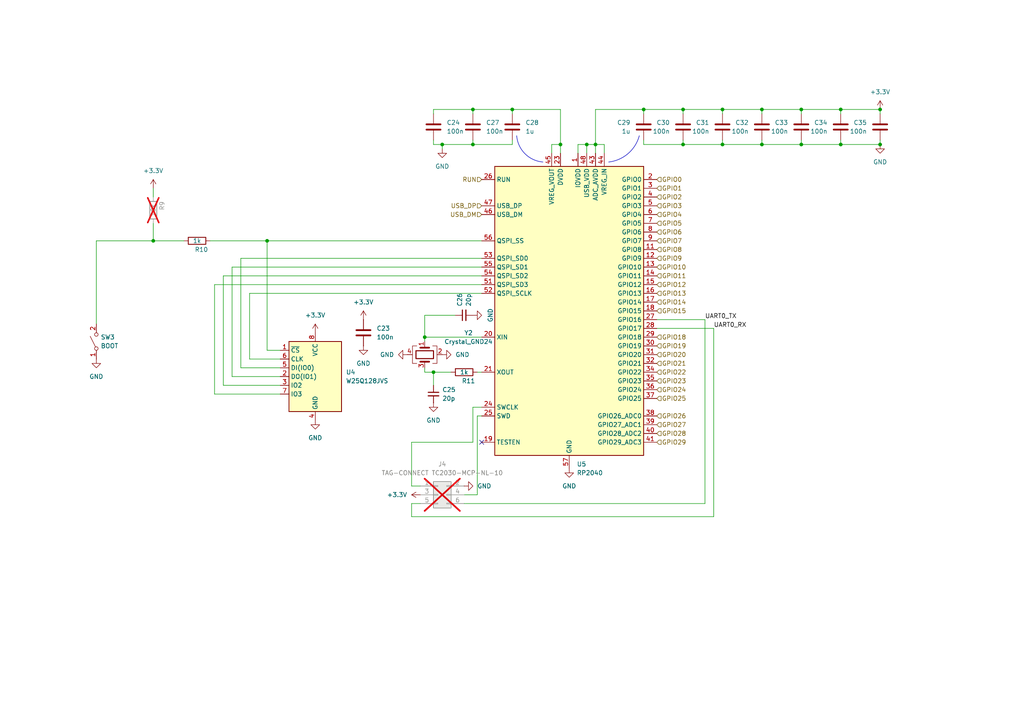
<source format=kicad_sch>
(kicad_sch (version 20231120) (generator "eeschema") (generator_version "8.0")
  (paper "A4")
  (lib_symbols
    (symbol "Connector_Generic:Conn_02x03_Odd_Even" (pin_names (offset 1.016) hide)
      (property "Reference" "J" (at 1.27 5.08 0))
      (property "Value" "Conn_02x03_Odd_Even" (at 1.27 -5.08 0))
      (symbol "Conn_02x03_Odd_Even_1_1"
        (rectangle (start -1.27 -2.413) (end 0 -2.667) (stroke (width 0.1524)))
        (rectangle (start -1.27 0.127) (end 0 -0.127) (stroke (width 0.1524)))
        (rectangle (start -1.27 2.667) (end 0 2.413) (stroke (width 0.1524)))
        (rectangle (start -1.27 3.81) (end 3.81 -3.81) (stroke (width 0.254)) (fill (type background)))
        (rectangle (start 3.81 -2.413) (end 2.54 -2.667) (stroke (width 0.1524)))
        (rectangle (start 3.81 0.127) (end 2.54 -0.127) (stroke (width 0.1524)))
        (rectangle (start 3.81 2.667) (end 2.54 2.413) (stroke (width 0.1524)))
        (pin passive line (at -5.08 2.54 0) (length 3.81) (name "Pin_1") (number "1"))
        (pin passive line (at 7.62 2.54 180) (length 3.81) (name "Pin_2") (number "2"))
        (pin passive line (at -5.08 0 0) (length 3.81) (name "Pin_3") (number "3"))
        (pin passive line (at 7.62 0 180) (length 3.81) (name "Pin_4") (number "4"))
        (pin passive line (at -5.08 -2.54 0) (length 3.81) (name "Pin_5") (number "5"))
        (pin passive line (at 7.62 -2.54 180) (length 3.81) (name "Pin_6") (number "6"))
      )
    )
    (symbol "Device:C" (pin_numbers hide) (pin_names (offset 0.254))
      (property "Reference" "C" (at 0.635 2.54 0))
      (property "Value" "C" (at 0.635 -2.54 0))
      (symbol "C_0_1"
        (polyline (pts (xy -2.032 -0.762) (xy 2.032 -0.762)) (stroke (width 0.508)))
        (polyline (pts (xy -2.032 0.762) (xy 2.032 0.762)) (stroke (width 0.508)))
      )
      (symbol "C_1_1"
        (pin passive line (at 0 3.81 270) (length 2.794) (name "~") (number "1"))
        (pin passive line (at 0 -3.81 90) (length 2.794) (name "~") (number "2"))
      )
    )
    (symbol "Device:C_Small" (pin_numbers hide) (pin_names (offset 0.254) hide)
      (property "Reference" "C" (at 0.254 1.778 0))
      (property "Value" "C_Small" (at 0.254 -2.032 0))
      (symbol "C_Small_0_1"
        (polyline (pts (xy -1.524 -0.508) (xy 1.524 -0.508)) (stroke (width 0.3302)))
        (polyline (pts (xy -1.524 0.508) (xy 1.524 0.508)) (stroke (width 0.3048)))
      )
      (symbol "C_Small_1_1"
        (pin passive line (at 0 2.54 270) (length 2.032) (name "~") (number "1"))
        (pin passive line (at 0 -2.54 90) (length 2.032) (name "~") (number "2"))
      )
    )
    (symbol "Device:Crystal_GND24" (pin_names (offset 1.016) hide)
      (property "Reference" "Y" (at 3.175 5.08 0))
      (property "Value" "Crystal_GND24" (at 3.175 3.175 0))
      (symbol "Crystal_GND24_0_1"
        (rectangle (start -1.143 2.54) (end 1.143 -2.54) (stroke (width 0.3048)))
        (polyline (pts (xy -2.54 0) (xy -2.032 0)))
        (polyline (pts (xy -2.032 -1.27) (xy -2.032 1.27)) (stroke (width 0.508)))
        (polyline (pts (xy 0 -3.81) (xy 0 -3.556)))
        (polyline (pts (xy 0 3.556) (xy 0 3.81)))
        (polyline (pts (xy 2.032 -1.27) (xy 2.032 1.27)) (stroke (width 0.508)))
        (polyline (pts (xy 2.032 0) (xy 2.54 0)))
        (polyline (pts (xy -2.54 -2.286) (xy -2.54 -3.556) (xy 2.54 -3.556) (xy 2.54 -2.286)))
        (polyline (pts (xy -2.54 2.286) (xy -2.54 3.556) (xy 2.54 3.556) (xy 2.54 2.286)))
      )
      (symbol "Crystal_GND24_1_1"
        (pin passive line (at -3.81 0 0) (length 1.27) (name "1") (number "1"))
        (pin passive line (at 0 5.08 270) (length 1.27) (name "2") (number "2"))
        (pin passive line (at 3.81 0 180) (length 1.27) (name "3") (number "3"))
        (pin passive line (at 0 -5.08 90) (length 1.27) (name "4") (number "4"))
      )
    )
    (symbol "Device:R" (pin_numbers hide) (pin_names (offset 0))
      (property "Reference" "R" (at 2.032 0 90))
      (property "Value" "R" (at 0 0 90))
      (symbol "R_0_1"
        (rectangle (start -1.016 -2.54) (end 1.016 2.54) (stroke (width 0.254)))
      )
      (symbol "R_1_1"
        (pin passive line (at 0 3.81 270) (length 1.27) (name "~") (number "1"))
        (pin passive line (at 0 -3.81 90) (length 1.27) (name "~") (number "2"))
      )
    )
    (symbol "MCU_RaspberryPi:RP2040"
      (property "Reference" "U" (at 17.78 45.72 0))
      (property "Value" "RP2040" (at 17.78 43.18 0))
      (symbol "RP2040_0_1"
        (rectangle (start -21.59 41.91) (end 21.59 -41.91) (stroke (width 0.254)) (fill (type background)))
      )
      (symbol "RP2040_1_1"
        (pin power_in line (at 2.54 45.72 270) (length 3.81) (name "IOVDD") (number "1"))
        (pin passive line (at 2.54 45.72 270) (length 3.81) hide (name "IOVDD") (number "10"))
        (pin bidirectional line (at 25.4 17.78 180) (length 3.81) (name "GPIO8") (number "11"))
        (pin bidirectional line (at 25.4 15.24 180) (length 3.81) (name "GPIO9") (number "12"))
        (pin bidirectional line (at 25.4 12.7 180) (length 3.81) (name "GPIO10") (number "13"))
        (pin bidirectional line (at 25.4 10.16 180) (length 3.81) (name "GPIO11") (number "14"))
        (pin bidirectional line (at 25.4 7.62 180) (length 3.81) (name "GPIO12") (number "15"))
        (pin bidirectional line (at 25.4 5.08 180) (length 3.81) (name "GPIO13") (number "16"))
        (pin bidirectional line (at 25.4 2.54 180) (length 3.81) (name "GPIO14") (number "17"))
        (pin bidirectional line (at 25.4 0 180) (length 3.81) (name "GPIO15") (number "18"))
        (pin input line (at -25.4 -38.1 0) (length 3.81) (name "TESTEN") (number "19"))
        (pin bidirectional line (at 25.4 38.1 180) (length 3.81) (name "GPIO0") (number "2"))
        (pin input line (at -25.4 -7.62 0) (length 3.81) (name "XIN") (number "20"))
        (pin passive line (at -25.4 -17.78 0) (length 3.81) (name "XOUT") (number "21"))
        (pin passive line (at 2.54 45.72 270) (length 3.81) hide (name "IOVDD") (number "22"))
        (pin power_in line (at -2.54 45.72 270) (length 3.81) (name "DVDD") (number "23"))
        (pin input line (at -25.4 -27.94 0) (length 3.81) (name "SWCLK") (number "24"))
        (pin bidirectional line (at -25.4 -30.48 0) (length 3.81) (name "SWD") (number "25"))
        (pin input line (at -25.4 38.1 0) (length 3.81) (name "RUN") (number "26"))
        (pin bidirectional line (at 25.4 -2.54 180) (length 3.81) (name "GPIO16") (number "27"))
        (pin bidirectional line (at 25.4 -5.08 180) (length 3.81) (name "GPIO17") (number "28"))
        (pin bidirectional line (at 25.4 -7.62 180) (length 3.81) (name "GPIO18") (number "29"))
        (pin bidirectional line (at 25.4 35.56 180) (length 3.81) (name "GPIO1") (number "3"))
        (pin bidirectional line (at 25.4 -10.16 180) (length 3.81) (name "GPIO19") (number "30"))
        (pin bidirectional line (at 25.4 -12.7 180) (length 3.81) (name "GPIO20") (number "31"))
        (pin bidirectional line (at 25.4 -15.24 180) (length 3.81) (name "GPIO21") (number "32"))
        (pin passive line (at 2.54 45.72 270) (length 3.81) hide (name "IOVDD") (number "33"))
        (pin bidirectional line (at 25.4 -17.78 180) (length 3.81) (name "GPIO22") (number "34"))
        (pin bidirectional line (at 25.4 -20.32 180) (length 3.81) (name "GPIO23") (number "35"))
        (pin bidirectional line (at 25.4 -22.86 180) (length 3.81) (name "GPIO24") (number "36"))
        (pin bidirectional line (at 25.4 -25.4 180) (length 3.81) (name "GPIO25") (number "37"))
        (pin bidirectional line (at 25.4 -30.48 180) (length 3.81) (name "GPIO26_ADC0") (number "38"))
        (pin bidirectional line (at 25.4 -33.02 180) (length 3.81) (name "GPIO27_ADC1") (number "39"))
        (pin bidirectional line (at 25.4 33.02 180) (length 3.81) (name "GPIO2") (number "4"))
        (pin bidirectional line (at 25.4 -35.56 180) (length 3.81) (name "GPIO28_ADC2") (number "40"))
        (pin bidirectional line (at 25.4 -38.1 180) (length 3.81) (name "GPIO29_ADC3") (number "41"))
        (pin passive line (at 2.54 45.72 270) (length 3.81) hide (name "IOVDD") (number "42"))
        (pin power_in line (at 7.62 45.72 270) (length 3.81) (name "ADC_AVDD") (number "43"))
        (pin power_in line (at 10.16 45.72 270) (length 3.81) (name "VREG_IN") (number "44"))
        (pin power_out line (at -5.08 45.72 270) (length 3.81) (name "VREG_VOUT") (number "45"))
        (pin bidirectional line (at -25.4 27.94 0) (length 3.81) (name "USB_DM") (number "46"))
        (pin bidirectional line (at -25.4 30.48 0) (length 3.81) (name "USB_DP") (number "47"))
        (pin power_in line (at 5.08 45.72 270) (length 3.81) (name "USB_VDD") (number "48"))
        (pin passive line (at 2.54 45.72 270) (length 3.81) hide (name "IOVDD") (number "49"))
        (pin bidirectional line (at 25.4 30.48 180) (length 3.81) (name "GPIO3") (number "5"))
        (pin passive line (at -2.54 45.72 270) (length 3.81) hide (name "DVDD") (number "50"))
        (pin bidirectional line (at -25.4 7.62 0) (length 3.81) (name "QSPI_SD3") (number "51"))
        (pin output line (at -25.4 5.08 0) (length 3.81) (name "QSPI_SCLK") (number "52"))
        (pin bidirectional line (at -25.4 15.24 0) (length 3.81) (name "QSPI_SD0") (number "53"))
        (pin bidirectional line (at -25.4 10.16 0) (length 3.81) (name "QSPI_SD2") (number "54"))
        (pin bidirectional line (at -25.4 12.7 0) (length 3.81) (name "QSPI_SD1") (number "55"))
        (pin bidirectional line (at -25.4 20.32 0) (length 3.81) (name "QSPI_SS") (number "56"))
        (pin power_in line (at 0 -45.72 90) (length 3.81) (name "GND") (number "57"))
        (pin bidirectional line (at 25.4 27.94 180) (length 3.81) (name "GPIO4") (number "6"))
        (pin bidirectional line (at 25.4 25.4 180) (length 3.81) (name "GPIO5") (number "7"))
        (pin bidirectional line (at 25.4 22.86 180) (length 3.81) (name "GPIO6") (number "8"))
        (pin bidirectional line (at 25.4 20.32 180) (length 3.81) (name "GPIO7") (number "9"))
      )
    )
    (symbol "Memory_Flash:W25Q128JVS"
      (property "Reference" "U" (at -8.89 8.89 0))
      (property "Value" "W25Q128JVS" (at 7.62 8.89 0))
      (symbol "W25Q128JVS_0_1"
        (rectangle (start -7.62 10.16) (end 7.62 -10.16) (stroke (width 0.254)) (fill (type background)))
      )
      (symbol "W25Q128JVS_1_1"
        (pin input line (at -10.16 7.62 0) (length 2.54) (name "~{CS}") (number "1"))
        (pin bidirectional line (at -10.16 0 0) (length 2.54) (name "DO(IO1)") (number "2"))
        (pin bidirectional line (at -10.16 -2.54 0) (length 2.54) (name "IO2") (number "3"))
        (pin power_in line (at 0 -12.7 90) (length 2.54) (name "GND") (number "4"))
        (pin bidirectional line (at -10.16 2.54 0) (length 2.54) (name "DI(IO0)") (number "5"))
        (pin input line (at -10.16 5.08 0) (length 2.54) (name "CLK") (number "6"))
        (pin bidirectional line (at -10.16 -5.08 0) (length 2.54) (name "IO3") (number "7"))
        (pin power_in line (at 0 12.7 270) (length 2.54) (name "VCC") (number "8"))
      )
    )
    (symbol "Switch:SW_SPST" (pin_names (offset 0) hide)
      (property "Reference" "SW" (at 0 3.175 0))
      (property "Value" "SW_SPST" (at 0 -2.54 0))
      (symbol "SW_SPST_0_0"
        (circle (center -2.032 0) (radius 0.508))
        (polyline (pts (xy -1.524 0.254) (xy 1.524 1.778)))
        (circle (center 2.032 0) (radius 0.508))
      )
      (symbol "SW_SPST_1_1"
        (pin passive line (at -5.08 0 0) (length 2.54) (name "A") (number "1"))
        (pin passive line (at 5.08 0 180) (length 2.54) (name "B") (number "2"))
      )
    )
    (symbol "power:+3.3V" (power) (pin_numbers hide) (pin_names (offset 0) hide)
      (property "Value" "+3.3V" (at 0 3.556 0))
      (symbol "+3.3V_0_1"
        (polyline (pts (xy -0.762 1.27) (xy 0 2.54)))
        (polyline (pts (xy 0 0) (xy 0 2.54)))
        (polyline (pts (xy 0 2.54) (xy 0.762 1.27)))
      )
      (symbol "+3.3V_1_1"
        (pin power_in line (at 0 0 90) (length 0) (name "~") (number "1"))
      )
    )
    (symbol "power:GND" (power) (pin_numbers hide) (pin_names (offset 0) hide)
      (property "Value" "GND" (at 0 -3.81 0))
      (symbol "GND_0_1"
        (polyline (pts (xy 0 0) (xy 0 -1.27) (xy 1.27 -1.27) (xy 0 -2.54) (xy -1.27 -1.27) (xy 0 -1.27)))
      )
      (symbol "GND_1_1"
        (pin power_in line (at 0 0 270) (length 0) (name "~") (number "1"))
      )
    )
  )
  (junction (at 148.59 31.75))
  (junction (at 209.55 41.91))
  (junction (at 255.27 41.91))
  (junction (at 172.72 41.91))
  (junction (at 162.56 41.91))
  (junction (at 232.41 31.75))
  (junction (at 186.69 31.75))
  (junction (at 123.19 97.79))
  (junction (at 128.27 41.91))
  (junction (at 243.84 41.91))
  (junction (at 170.18 41.91))
  (junction (at 137.16 31.75))
  (junction (at 220.98 41.91))
  (junction (at 198.12 41.91))
  (junction (at 220.98 31.75))
  (junction (at 198.12 31.75))
  (junction (at 125.73 107.95))
  (junction (at 255.27 31.75))
  (junction (at 137.16 41.91))
  (junction (at 232.41 41.91))
  (junction (at 44.45 69.85))
  (junction (at 209.55 31.75))
  (junction (at 77.47 69.85))
  (junction (at 243.84 31.75))
  (no_connect (at 139.7 128.27))
  (wire (pts (xy 220.98 41.91) (xy 209.55 41.91)))
  (wire (pts (xy 132.08 91.44) (xy 123.19 91.44)))
  (wire (pts (xy 232.41 40.64) (xy 232.41 41.91)))
  (wire (pts (xy 72.39 104.14) (xy 72.39 85.09)))
  (wire (pts (xy 198.12 31.75) (xy 198.12 33.02)))
  (wire (pts (xy 162.56 31.75) (xy 148.59 31.75)))
  (wire (pts (xy 138.43 120.65) (xy 139.7 120.65)))
  (wire (pts (xy 198.12 31.75) (xy 209.55 31.75)))
  (wire (pts (xy 255.27 31.75) (xy 255.27 33.02)))
  (wire (pts (xy 44.45 54.61) (xy 44.45 57.15)))
  (wire (pts (xy 209.55 31.75) (xy 220.98 31.75)))
  (wire (pts (xy 198.12 41.91) (xy 186.69 41.91)))
  (wire (pts (xy 232.41 31.75) (xy 232.41 33.02)))
  (wire (pts (xy 81.28 111.76) (xy 64.77 111.76)))
  (wire (pts (xy 44.45 69.85) (xy 53.34 69.85)))
  (wire (pts (xy 44.45 64.77) (xy 44.45 69.85)))
  (wire (pts (xy 64.77 80.01) (xy 139.7 80.01)))
  (wire (pts (xy 255.27 40.64) (xy 255.27 41.91)))
  (wire (pts (xy 170.18 41.91) (xy 172.72 41.91)))
  (wire (pts (xy 186.69 31.75) (xy 186.69 33.02)))
  (wire (pts (xy 137.16 31.75) (xy 137.16 33.02)))
  (wire (pts (xy 172.72 41.91) (xy 172.72 31.75)))
  (wire (pts (xy 62.23 114.3) (xy 62.23 82.55)))
  (wire (pts (xy 204.47 92.71) (xy 204.47 146.05)))
  (wire (pts (xy 77.47 69.85) (xy 139.7 69.85)))
  (wire (pts (xy 27.94 93.98) (xy 27.94 69.85)))
  (wire (pts (xy 125.73 41.91) (xy 128.27 41.91)))
  (wire (pts (xy 232.41 31.75) (xy 243.84 31.75)))
  (wire (pts (xy 162.56 41.91) (xy 162.56 31.75)))
  (wire (pts (xy 67.31 77.47) (xy 139.7 77.47)))
  (wire (pts (xy 148.59 31.75) (xy 148.59 33.02)))
  (wire (pts (xy 81.28 104.14) (xy 72.39 104.14)))
  (wire (pts (xy 123.19 91.44) (xy 123.19 97.79)))
  (wire (pts (xy 209.55 40.64) (xy 209.55 41.91)))
  (wire (pts (xy 243.84 31.75) (xy 255.27 31.75)))
  (wire (pts (xy 123.19 97.79) (xy 123.19 99.06)))
  (wire (pts (xy 67.31 109.22) (xy 67.31 77.47)))
  (wire (pts (xy 204.47 146.05) (xy 134.62 146.05)))
  (wire (pts (xy 77.47 101.6) (xy 77.47 69.85)))
  (wire (pts (xy 137.16 40.64) (xy 137.16 41.91)))
  (wire (pts (xy 138.43 120.65) (xy 138.43 143.51)))
  (wire (pts (xy 172.72 44.45) (xy 172.72 41.91)))
  (wire (pts (xy 220.98 31.75) (xy 232.41 31.75)))
  (wire (pts (xy 137.16 118.11) (xy 137.16 128.27)))
  (wire (pts (xy 162.56 44.45) (xy 162.56 41.91)))
  (wire (pts (xy 243.84 31.75) (xy 243.84 33.02)))
  (wire (pts (xy 243.84 40.64) (xy 243.84 41.91)))
  (wire (pts (xy 175.26 41.91) (xy 175.26 44.45)))
  (wire (pts (xy 128.27 41.91) (xy 128.27 43.18)))
  (wire (pts (xy 72.39 85.09) (xy 139.7 85.09)))
  (wire (pts (xy 137.16 128.27) (xy 119.38 128.27)))
  (wire (pts (xy 167.64 41.91) (xy 170.18 41.91)))
  (wire (pts (xy 190.5 92.71) (xy 204.47 92.71)))
  (wire (pts (xy 81.28 109.22) (xy 67.31 109.22)))
  (wire (pts (xy 160.02 41.91) (xy 162.56 41.91)))
  (wire (pts (xy 139.7 118.11) (xy 137.16 118.11)))
  (wire (pts (xy 255.27 41.91) (xy 243.84 41.91)))
  (wire (pts (xy 125.73 40.64) (xy 125.73 41.91)))
  (wire (pts (xy 123.19 107.95) (xy 123.19 106.68)))
  (wire (pts (xy 209.55 31.75) (xy 209.55 33.02)))
  (wire (pts (xy 160.02 44.45) (xy 160.02 41.91)))
  (wire (pts (xy 119.38 140.97) (xy 121.92 140.97)))
  (wire (pts (xy 138.43 143.51) (xy 134.62 143.51)))
  (wire (pts (xy 81.28 101.6) (xy 77.47 101.6)))
  (wire (pts (xy 209.55 41.91) (xy 198.12 41.91)))
  (wire (pts (xy 62.23 114.3) (xy 81.28 114.3)))
  (wire (pts (xy 119.38 128.27) (xy 119.38 140.97)))
  (wire (pts (xy 207.01 95.25) (xy 207.01 149.86)))
  (wire (pts (xy 232.41 41.91) (xy 220.98 41.91)))
  (wire (pts (xy 125.73 31.75) (xy 125.73 33.02)))
  (wire (pts (xy 207.01 149.86) (xy 119.38 149.86)))
  (wire (pts (xy 119.38 149.86) (xy 119.38 146.05)))
  (wire (pts (xy 81.28 106.68) (xy 69.85 106.68)))
  (wire (pts (xy 60.96 69.85) (xy 77.47 69.85)))
  (wire (pts (xy 27.94 69.85) (xy 44.45 69.85)))
  (wire (pts (xy 125.73 107.95) (xy 123.19 107.95)))
  (wire (pts (xy 148.59 31.75) (xy 137.16 31.75)))
  (wire (pts (xy 148.59 41.91) (xy 148.59 40.64)))
  (wire (pts (xy 170.18 41.91) (xy 170.18 44.45)))
  (wire (pts (xy 69.85 74.93) (xy 139.7 74.93)))
  (wire (pts (xy 243.84 41.91) (xy 232.41 41.91)))
  (wire (pts (xy 186.69 31.75) (xy 198.12 31.75)))
  (wire (pts (xy 186.69 41.91) (xy 186.69 40.64)))
  (wire (pts (xy 137.16 31.75) (xy 125.73 31.75)))
  (wire (pts (xy 172.72 31.75) (xy 186.69 31.75)))
  (wire (pts (xy 119.38 146.05) (xy 121.92 146.05)))
  (wire (pts (xy 130.81 107.95) (xy 125.73 107.95)))
  (wire (pts (xy 139.7 97.79) (xy 123.19 97.79)))
  (wire (pts (xy 139.7 107.95) (xy 138.43 107.95)))
  (wire (pts (xy 137.16 41.91) (xy 148.59 41.91)))
  (wire (pts (xy 69.85 106.68) (xy 69.85 74.93)))
  (wire (pts (xy 167.64 44.45) (xy 167.64 41.91)))
  (wire (pts (xy 128.27 41.91) (xy 137.16 41.91)))
  (wire (pts (xy 64.77 111.76) (xy 64.77 80.01)))
  (wire (pts (xy 125.73 107.95) (xy 125.73 111.76)))
  (wire (pts (xy 220.98 40.64) (xy 220.98 41.91)))
  (wire (pts (xy 190.5 95.25) (xy 207.01 95.25)))
  (wire (pts (xy 220.98 31.75) (xy 220.98 33.02)))
  (wire (pts (xy 62.23 82.55) (xy 139.7 82.55)))
  (wire (pts (xy 198.12 40.64) (xy 198.12 41.91)))
  (wire (pts (xy 175.26 41.91) (xy 172.72 41.91)))
  (arc (start 157.48 46.99) (mid 152.2669 44.5831) (end 149.86 39.37))
  (arc (start 185.42 39.37) (mid 182.1529 44.5542) (end 176.53 46.99))
  (label "UART0_RX" (at 207.01 95.25 0))
  (label "UART0_TX" (at 204.47 92.71 0))
  (hierarchical_label "USB_DM" (shape input) (at 139.7 62.23 180))
  (hierarchical_label "GPIO8" (shape input) (at 190.5 72.39 0))
  (hierarchical_label "GPIO13" (shape input) (at 190.5 85.09 0))
  (hierarchical_label "GPIO23" (shape input) (at 190.5 110.49 0))
  (hierarchical_label "GPIO3" (shape input) (at 190.5 59.69 0))
  (hierarchical_label "GPIO28" (shape input) (at 190.5 125.73 0))
  (hierarchical_label "GPIO0" (shape input) (at 190.5 52.07 0))
  (hierarchical_label "GPIO25" (shape input) (at 190.5 115.57 0))
  (hierarchical_label "GPIO1" (shape input) (at 190.5 54.61 0))
  (hierarchical_label "GPIO6" (shape input) (at 190.5 67.31 0))
  (hierarchical_label "GPIO26" (shape input) (at 190.5 120.65 0))
  (hierarchical_label "GPIO21" (shape input) (at 190.5 105.41 0))
  (hierarchical_label "GPIO11" (shape input) (at 190.5 80.01 0))
  (hierarchical_label "GPIO22" (shape input) (at 190.5 107.95 0))
  (hierarchical_label "GPIO18" (shape input) (at 190.5 97.79 0))
  (hierarchical_label "GPIO12" (shape input) (at 190.5 82.55 0))
  (hierarchical_label "GPIO9" (shape input) (at 190.5 74.93 0))
  (hierarchical_label "GPIO7" (shape input) (at 190.5 69.85 0))
  (hierarchical_label "GPIO29" (shape input) (at 190.5 128.27 0))
  (hierarchical_label "USB_DP" (shape input) (at 139.7 59.69 180))
  (hierarchical_label "GPIO4" (shape input) (at 190.5 62.23 0))
  (hierarchical_label "GPIO19" (shape input) (at 190.5 100.33 0))
  (hierarchical_label "GPIO15" (shape input) (at 190.5 90.17 0))
  (hierarchical_label "GPIO14" (shape input) (at 190.5 87.63 0))
  (hierarchical_label "GPIO20" (shape input) (at 190.5 102.87 0))
  (hierarchical_label "GPIO2" (shape input) (at 190.5 57.15 0))
  (hierarchical_label "GPIO27" (shape input) (at 190.5 123.19 0))
  (hierarchical_label "GPIO24" (shape input) (at 190.5 113.03 0))
  (hierarchical_label "RUN" (shape input) (at 139.7 52.07 180))
  (hierarchical_label "GPIO5" (shape input) (at 190.5 64.77 0))
  (hierarchical_label "GPIO10" (shape input) (at 190.5 77.47 0))
  (symbol (lib_id "MCU_RaspberryPi:RP2040") (at 165.1 90.17 0) (unit 1)
    (property "Reference" "U5" (at 167.2941 134.62 0) (effects (justify left)))
    (property "Value" "RP2040" (at 167.2941 137.16 0) (effects (justify left)))
    (property "Footprint" "Package_DFN_QFN:QFN-56-1EP_7x7mm_P0.4mm_EP3.2x3.2mm" (effects (hide yes)))
    (property "Datasheet" "https://datasheets.raspberrypi.com/rp2040/rp2040-datasheet.pdf" (effects (hide yes)))
    (property "Description" "A microcontroller by Raspberry Pi" (effects (hide yes)))
    (property "LCSC" "C2040" (effects (hide yes)))
    (property "JLCPCB Rotation Offset" "180" (effects (hide yes)))
  )
  (symbol (lib_id "Device:C") (at 198.12 36.83 0) (mirror y) (unit 1)
    (property "Reference" "C30" (at 194.31 35.5599 0) (effects (justify left)))
    (property "Value" "100n" (at 194.31 38.0999 0) (effects (justify left)))
    (property "Footprint" "Capacitor_SMD:C_0402_1005Metric" (effects (hide yes)))
    (property "Description" "Unpolarized capacitor" (effects (hide yes)))
    (property "LCSC" "C1525" (effects (hide yes)))
  )
  (symbol (lib_id "power:GND") (at 255.27 41.91 0) (unit 1)
    (property "Reference" "#PWR081" (effects (hide yes)))
    (property "Value" "GND" (at 255.27 46.99 0))
    (property "Description" "Power symbol creates a global label with name \"GND\" , ground" (effects (hide yes)))
  )
  (symbol (lib_id "Device:C") (at 186.69 36.83 0) (mirror y) (unit 1)
    (property "Reference" "C29" (at 182.88 35.5599 0) (effects (justify left)))
    (property "Value" "1u" (at 182.88 38.0999 0) (effects (justify left)))
    (property "Footprint" "Capacitor_SMD:C_0402_1005Metric" (effects (hide yes)))
    (property "Description" "Unpolarized capacitor" (effects (hide yes)))
    (property "LCSC" "C52923" (effects (hide yes)))
  )
  (symbol (lib_id "Device:R") (at 57.15 69.85 90) (unit 1)
    (property "Reference" "R10" (at 58.42 72.39 90))
    (property "Value" "1k" (at 57.15 69.85 90))
    (property "Footprint" "Resistor_SMD:R_0402_1005Metric" (effects (hide yes)))
    (property "Description" "Resistor" (effects (hide yes)))
    (property "LCSC" "C11702" (effects (hide yes)))
  )
  (symbol (lib_id "Device:C") (at 243.84 36.83 0) (mirror y) (unit 1)
    (property "Reference" "C34" (at 240.03 35.5599 0) (effects (justify left)))
    (property "Value" "100n" (at 240.03 38.0999 0) (effects (justify left)))
    (property "Footprint" "Capacitor_SMD:C_0402_1005Metric" (effects (hide yes)))
    (property "Description" "Unpolarized capacitor" (effects (hide yes)))
    (property "LCSC" "C1525" (effects (hide yes)))
  )
  (symbol (lib_id "power:+3.3V") (at 105.41 92.71 0) (unit 1)
    (property "Reference" "#PWR071" (effects (hide yes)))
    (property "Value" "+3.3V" (at 105.41 87.63 0))
    (property "Description" "Power symbol creates a global label with name \"+3.3V\"" (effects (hide yes)))
  )
  (symbol (lib_id "power:GND") (at 27.94 104.14 0) (unit 1)
    (property "Reference" "#PWR068" (effects (hide yes)))
    (property "Value" "GND" (at 27.94 109.22 0))
    (property "Description" "Power symbol creates a global label with name \"GND\" , ground" (effects (hide yes)))
  )
  (symbol (lib_id "Device:Crystal_GND24") (at 123.19 102.87 270) (unit 1)
    (property "Reference" "Y2" (at 135.89 96.5514 90))
    (property "Value" "Crystal_GND24" (at 135.89 99.0914 90))
    (property "Footprint" "Crystal:Crystal_SMD_3225-4Pin_3.2x2.5mm" (effects (hide yes)))
    (property "Description" "Four pin crystal, GND on pins 2 and 4" (effects (hide yes)))
    (property "LCSC" "C9002" (effects (hide yes)))
  )
  (symbol (lib_id "power:+3.3V") (at 91.44 96.52 0) (unit 1)
    (property "Reference" "#PWR070" (effects (hide yes)))
    (property "Value" "+3.3V" (at 91.44 91.44 0))
    (property "Description" "Power symbol creates a global label with name \"+3.3V\"" (effects (hide yes)))
  )
  (symbol (lib_id "Device:C_Small") (at 134.62 91.44 90) (unit 1)
    (property "Reference" "C26" (at 133.3562 88.9 0) (effects (justify left)))
    (property "Value" "20p" (at 135.8962 88.9 0) (effects (justify left)))
    (property "Footprint" "Capacitor_SMD:C_0402_1005Metric" (effects (hide yes)))
    (property "Description" "Unpolarized capacitor, small symbol" (effects (hide yes)))
    (property "LCSC" "C1554" (effects (hide yes)))
  )
  (symbol (lib_id "Device:C") (at 137.16 36.83 0) (unit 1)
    (property "Reference" "C27" (at 140.97 35.5599 0) (effects (justify left)))
    (property "Value" "100n" (at 140.97 38.0999 0) (effects (justify left)))
    (property "Footprint" "Capacitor_SMD:C_0402_1005Metric" (effects (hide yes)))
    (property "Description" "Unpolarized capacitor" (effects (hide yes)))
    (property "LCSC" "C1525" (effects (hide yes)))
  )
  (symbol (lib_id "Device:C") (at 255.27 36.83 0) (mirror y) (unit 1)
    (property "Reference" "C35" (at 251.46 35.5599 0) (effects (justify left)))
    (property "Value" "100n" (at 251.46 38.0999 0) (effects (justify left)))
    (property "Footprint" "Capacitor_SMD:C_0402_1005Metric" (effects (hide yes)))
    (property "Description" "Unpolarized capacitor" (effects (hide yes)))
    (property "LCSC" "C1525" (effects (hide yes)))
  )
  (symbol (lib_id "Device:C") (at 209.55 36.83 0) (mirror y) (unit 1)
    (property "Reference" "C31" (at 205.74 35.5599 0) (effects (justify left)))
    (property "Value" "100n" (at 205.74 38.0999 0) (effects (justify left)))
    (property "Footprint" "Capacitor_SMD:C_0402_1005Metric" (effects (hide yes)))
    (property "Description" "Unpolarized capacitor" (effects (hide yes)))
    (property "LCSC" "C1525" (effects (hide yes)))
  )
  (symbol (lib_id "power:+3.3V") (at 255.27 31.75 0) (unit 1)
    (property "Reference" "#PWR080" (effects (hide yes)))
    (property "Value" "+3.3V" (at 255.27 26.67 0))
    (property "Description" "Power symbol creates a global label with name \"+3.3V\"" (effects (hide yes)))
  )
  (symbol (lib_id "Connector_Generic:Conn_02x03_Odd_Even") (at 127 143.51 0) (unit 1) (dnp yes)
    (property "Reference" "J4" (at 128.27 134.62 0))
    (property "Value" "TAG-CONNECT TC2030-MCP-NL-10" (at 128.27 137.16 0))
    (property "Footprint" "Connector:Tag-Connect_TC2030-IDC-NL_2x03_P1.27mm_Vertical" (effects (hide yes)))
    (property "Description" "Generic connector, double row, 02x03, odd/even pin numbering scheme (row 1 odd numbers, row 2 even numbers), script generated (kicad-library-utils/schlib/autogen/connector/)" (effects (hide yes)))
  )
  (symbol (lib_id "power:GND") (at 128.27 102.87 90) (unit 1)
    (property "Reference" "#PWR076" (effects (hide yes)))
    (property "Value" "GND" (at 132.08 102.8699 90) (effects (justify right)))
    (property "Description" "Power symbol creates a global label with name \"GND\" , ground" (effects (hide yes)))
  )
  (symbol (lib_id "Device:R") (at 44.45 60.96 180) (unit 1) (dnp yes)
    (property "Reference" "R9" (at 46.99 59.69 90))
    (property "Value" "10k" (at 44.45 60.96 90))
    (property "Footprint" "Resistor_SMD:R_0402_1005Metric" (effects (hide yes)))
    (property "Description" "Resistor" (effects (hide yes)))
  )
  (symbol (lib_id "Device:R") (at 134.62 107.95 90) (unit 1)
    (property "Reference" "R11" (at 135.89 110.49 90))
    (property "Value" "1k" (at 134.62 107.95 90))
    (property "Footprint" "Resistor_SMD:R_0402_1005Metric" (effects (hide yes)))
    (property "Description" "Resistor" (effects (hide yes)))
    (property "LCSC" "C11702" (effects (hide yes)))
  )
  (symbol (lib_id "Device:C") (at 148.59 36.83 0) (unit 1)
    (property "Reference" "C28" (at 152.4 35.5599 0) (effects (justify left)))
    (property "Value" "1u" (at 152.4 38.0999 0) (effects (justify left)))
    (property "Footprint" "Capacitor_SMD:C_0402_1005Metric" (effects (hide yes)))
    (property "Description" "Unpolarized capacitor" (effects (hide yes)))
    (property "LCSC" "C52923" (effects (hide yes)))
  )
  (symbol (lib_id "Device:C") (at 105.41 96.52 0) (unit 1)
    (property "Reference" "C23" (at 109.22 95.2499 0) (effects (justify left)))
    (property "Value" "100n" (at 109.22 97.7899 0) (effects (justify left)))
    (property "Footprint" "Capacitor_SMD:C_0402_1005Metric" (effects (hide yes)))
    (property "Description" "Unpolarized capacitor" (effects (hide yes)))
    (property "LCSC" "C1525" (effects (hide yes)))
  )
  (symbol (lib_id "Device:C") (at 125.73 36.83 0) (unit 1)
    (property "Reference" "C24" (at 129.54 35.5599 0) (effects (justify left)))
    (property "Value" "100n" (at 129.54 38.0999 0) (effects (justify left)))
    (property "Footprint" "Capacitor_SMD:C_0402_1005Metric" (effects (hide yes)))
    (property "Description" "Unpolarized capacitor" (effects (hide yes)))
    (property "LCSC" "C1525" (effects (hide yes)))
  )
  (symbol (lib_id "power:+3.3V") (at 121.92 143.51 90) (unit 1)
    (property "Reference" "#PWR073" (effects (hide yes)))
    (property "Value" "+3.3V" (at 118.11 143.5099 90) (effects (justify left)))
    (property "Description" "Power symbol creates a global label with name \"+3.3V\"" (effects (hide yes)))
  )
  (symbol (lib_id "power:GND") (at 118.11 102.87 270) (unit 1)
    (property "Reference" "#PWR021" (effects (hide yes)))
    (property "Value" "GND" (at 114.3 102.8699 90) (effects (justify right)))
    (property "Description" "Power symbol creates a global label with name \"GND\" , ground" (effects (hide yes)))
  )
  (symbol (lib_id "Device:C") (at 232.41 36.83 0) (mirror y) (unit 1)
    (property "Reference" "C33" (at 228.6 35.5599 0) (effects (justify left)))
    (property "Value" "100n" (at 228.6 38.0999 0) (effects (justify left)))
    (property "Footprint" "Capacitor_SMD:C_0402_1005Metric" (effects (hide yes)))
    (property "Description" "Unpolarized capacitor" (effects (hide yes)))
    (property "LCSC" "C1525" (effects (hide yes)))
  )
  (symbol (lib_id "power:+3.3V") (at 44.45 54.61 0) (unit 1)
    (property "Reference" "#PWR069" (effects (hide yes)))
    (property "Value" "+3.3V" (at 44.45 49.53 0))
    (property "Description" "Power symbol creates a global label with name \"+3.3V\"" (effects (hide yes)))
  )
  (symbol (lib_id "Device:C_Small") (at 125.73 114.3 0) (unit 1)
    (property "Reference" "C25" (at 128.27 113.0362 0) (effects (justify left)))
    (property "Value" "20p" (at 128.27 115.5762 0) (effects (justify left)))
    (property "Footprint" "Capacitor_SMD:C_0402_1005Metric" (effects (hide yes)))
    (property "Description" "Unpolarized capacitor, small symbol" (effects (hide yes)))
    (property "LCSC" "C1554" (effects (hide yes)))
  )
  (symbol (lib_id "power:GND") (at 134.62 140.97 90) (unit 1)
    (property "Reference" "#PWR077" (effects (hide yes)))
    (property "Value" "GND" (at 138.43 140.9699 90) (effects (justify right)))
    (property "Description" "Power symbol creates a global label with name \"GND\" , ground" (effects (hide yes)))
  )
  (symbol (lib_id "power:GND") (at 137.16 91.44 90) (unit 1)
    (property "Reference" "#PWR078" (effects (hide yes)))
    (property "Value" "GND" (at 142.24 91.44 0))
    (property "Description" "Power symbol creates a global label with name \"GND\" , ground" (effects (hide yes)))
  )
  (symbol (lib_id "Memory_Flash:W25Q128JVS") (at 91.44 109.22 0) (unit 1)
    (property "Reference" "U4" (at 100.33 107.9499 0) (effects (justify left)))
    (property "Value" "W25Q128JVS" (at 100.33 110.4899 0) (effects (justify left)))
    (property "Footprint" "Package_SO:SOIC-8_5.23x5.23mm_P1.27mm" (effects (hide yes)))
    (property "Datasheet" "http://www.winbond.com/resource-files/w25q128jv_dtr%20revc%2003272018%20plus.pdf" (effects (hide yes)))
    (property "Description" "128Mb Serial Flash Memory, Standard/Dual/Quad SPI, SOIC-8" (effects (hide yes)))
    (property "LCSC" "C97521" (effects (hide yes)))
  )
  (symbol (lib_id "Switch:SW_SPST") (at 27.94 99.06 90) (unit 1)
    (property "Reference" "SW3" (at 29.21 97.7899 90) (effects (justify right)))
    (property "Value" "BOOT" (at 29.21 100.3299 90) (effects (justify right)))
    (property "Footprint" "lib:bottonepiccolo_C2888430" (effects (hide yes)))
    (property "Description" "Single Pole Single Throw (SPST) switch" (effects (hide yes)))
    (property "LCSC" "C2888430" (effects (hide yes)))
  )
  (symbol (lib_id "Device:C") (at 220.98 36.83 0) (mirror y) (unit 1)
    (property "Reference" "C32" (at 217.17 35.5599 0) (effects (justify left)))
    (property "Value" "100n" (at 217.17 38.0999 0) (effects (justify left)))
    (property "Footprint" "Capacitor_SMD:C_0402_1005Metric" (effects (hide yes)))
    (property "Description" "Unpolarized capacitor" (effects (hide yes)))
    (property "LCSC" "C1525" (effects (hide yes)))
  )
  (symbol (lib_id "power:GND") (at 165.1 135.89 0) (unit 1)
    (property "Reference" "#PWR079" (effects (hide yes)))
    (property "Value" "GND" (at 165.1 140.97 0))
    (property "Description" "Power symbol creates a global label with name \"GND\" , ground" (effects (hide yes)))
  )
  (symbol (lib_id "power:GND") (at 91.44 121.92 0) (unit 1)
    (property "Reference" "#PWR082" (effects (hide yes)))
    (property "Value" "GND" (at 91.44 127 0))
    (property "Description" "Power symbol creates a global label with name \"GND\" , ground" (effects (hide yes)))
  )
  (symbol (lib_id "power:GND") (at 128.27 43.18 0) (unit 1)
    (property "Reference" "#PWR075" (effects (hide yes)))
    (property "Value" "GND" (at 128.27 48.26 0))
    (property "Description" "Power symbol creates a global label with name \"GND\" , ground" (effects (hide yes)))
  )
  (symbol (lib_id "power:GND") (at 105.41 100.33 0) (unit 1)
    (property "Reference" "#PWR072" (effects (hide yes)))
    (property "Value" "GND" (at 105.41 105.41 0))
    (property "Description" "Power symbol creates a global label with name \"GND\" , ground" (effects (hide yes)))
  )
  (symbol (lib_id "power:GND") (at 125.73 116.84 0) (unit 1)
    (property "Reference" "#PWR074" (effects (hide yes)))
    (property "Value" "GND" (at 125.73 121.92 0))
    (property "Description" "Power symbol creates a global label with name \"GND\" , ground" (effects (hide yes)))
  )
)
</source>
